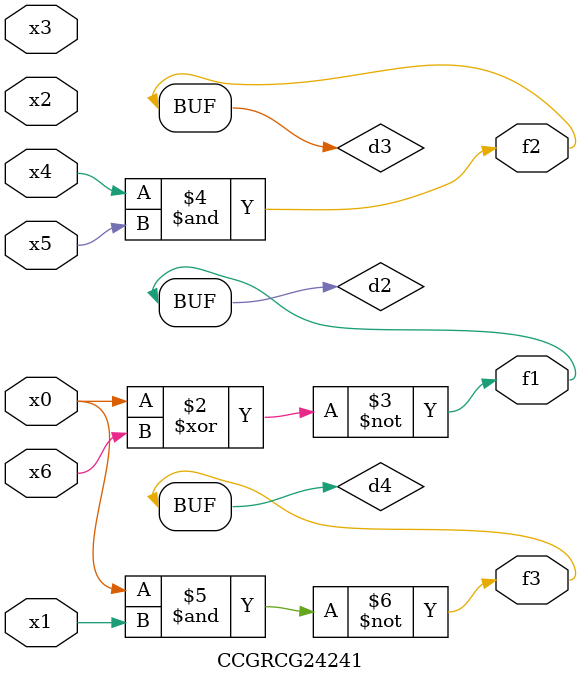
<source format=v>
module CCGRCG24241(
	input x0, x1, x2, x3, x4, x5, x6,
	output f1, f2, f3
);

	wire d1, d2, d3, d4;

	nor (d1, x0);
	xnor (d2, x0, x6);
	and (d3, x4, x5);
	nand (d4, x0, x1);
	assign f1 = d2;
	assign f2 = d3;
	assign f3 = d4;
endmodule

</source>
